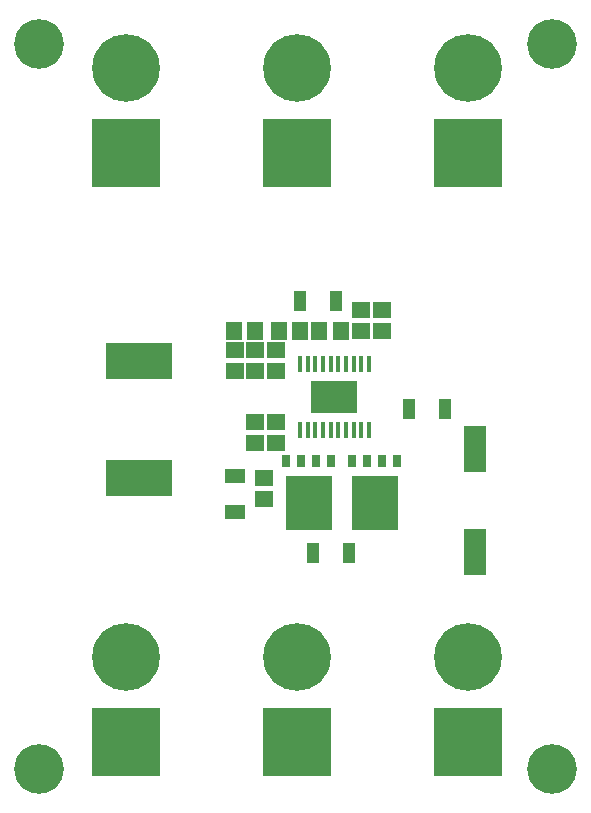
<source format=gts>
G04*
G04 #@! TF.GenerationSoftware,Altium Limited,Altium Designer,20.0.8 (157)*
G04*
G04 Layer_Color=8388736*
%FSLAX24Y24*%
%MOIN*%
G70*
G01*
G75*
%ADD22R,0.0720X0.1540*%
%ADD23R,0.0140X0.0580*%
%ADD24R,0.2206X0.1222*%
%ADD25R,0.0671X0.0493*%
%ADD26R,0.0277X0.0415*%
%ADD27R,0.1537X0.1832*%
%ADD28R,0.0430X0.0710*%
%ADD29R,0.0631X0.0552*%
%ADD30R,0.0552X0.0631*%
%ADD31R,0.1520X0.1080*%
%ADD32C,0.2252*%
%ADD33R,0.2252X0.2252*%
%ADD34C,0.1655*%
D22*
X43100Y32865D02*
D03*
Y29435D02*
D03*
D23*
X39552Y33490D02*
D03*
X39296D02*
D03*
X39040D02*
D03*
X38784D02*
D03*
X38528D02*
D03*
X38272D02*
D03*
X38016D02*
D03*
X37760D02*
D03*
X37504D02*
D03*
X37248D02*
D03*
Y35710D02*
D03*
X37504D02*
D03*
X37760D02*
D03*
X38016D02*
D03*
X38272D02*
D03*
X38528D02*
D03*
X38784D02*
D03*
X39040D02*
D03*
X39296D02*
D03*
X39552D02*
D03*
D24*
X31900Y35799D02*
D03*
Y31901D02*
D03*
D25*
X35100Y30750D02*
D03*
Y31950D02*
D03*
D26*
X40502Y32450D02*
D03*
X40000Y32450D02*
D03*
X39499Y32451D02*
D03*
X38997Y32450D02*
D03*
X38302Y32450D02*
D03*
X37800Y32450D02*
D03*
X37299Y32451D02*
D03*
X36797Y32450D02*
D03*
D27*
X39746Y31054D02*
D03*
X37546D02*
D03*
D28*
X38900Y29400D02*
D03*
X37700D02*
D03*
X42100Y34200D02*
D03*
X40900D02*
D03*
X37250Y37800D02*
D03*
X38450D02*
D03*
D29*
X36450Y33046D02*
D03*
Y33754D02*
D03*
X36050Y31196D02*
D03*
Y31904D02*
D03*
X35750Y33046D02*
D03*
Y33754D02*
D03*
X40000Y36796D02*
D03*
Y37504D02*
D03*
X39300Y36796D02*
D03*
Y37504D02*
D03*
X36450Y36154D02*
D03*
Y35446D02*
D03*
X35750Y35446D02*
D03*
Y36154D02*
D03*
X35080Y35454D02*
D03*
Y36162D02*
D03*
D30*
X38604Y36800D02*
D03*
X37896D02*
D03*
X36546Y36800D02*
D03*
X37254D02*
D03*
X35046D02*
D03*
X35754D02*
D03*
D31*
X38400Y34600D02*
D03*
D32*
X42850Y45567D02*
D03*
X37150D02*
D03*
X31450D02*
D03*
X42850Y25917D02*
D03*
X37150D02*
D03*
X31450D02*
D03*
D33*
X42850Y42733D02*
D03*
X37150D02*
D03*
X31450D02*
D03*
X42850Y23083D02*
D03*
X37150D02*
D03*
X31450D02*
D03*
D34*
X28550Y46350D02*
D03*
Y22200D02*
D03*
X45650D02*
D03*
Y46350D02*
D03*
M02*

</source>
